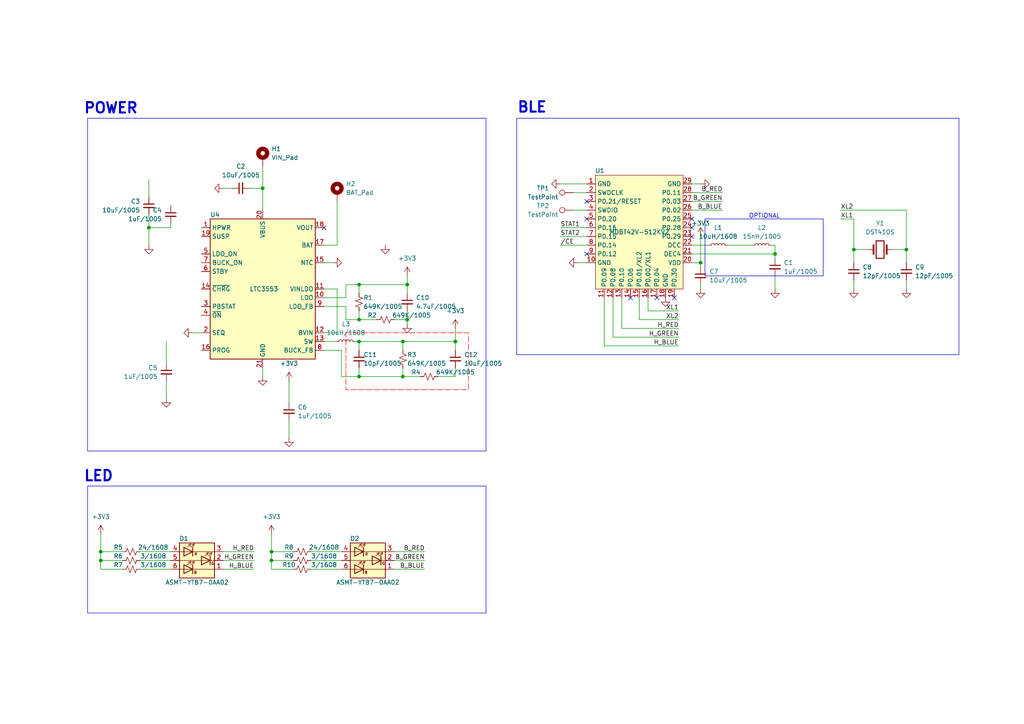
<source format=kicad_sch>
(kicad_sch (version 20230121) (generator eeschema)
  (paper "A4")
  (lib_symbols
    (symbol "Battery_Management:LTC3553"
      (property "Reference" "U" (at 15.24 -21.59 0))
      (property "Value" "LTC3553" (at 15.24 21.59 0))
      (symbol "LTC3553_0_1"
        (rectangle (start -15.24 20.32) (end 15.24 -20.32) (stroke (width 0.254)) (fill (type background)))
      )
      (symbol "LTC3553_1_1"
        (pin input line (at -17.78 17.78 0) (length 2.54) (name "HPWR") (number "1"))
        (pin power_out line (at 17.78 -2.54 180) (length 2.54) (name "LDO") (number "10"))
        (pin power_in line (at 17.78 0 180) (length 2.54) (name "VINLDO") (number "11"))
        (pin power_in line (at 17.78 -12.7 180) (length 2.54) (name "BVIN") (number "12"))
        (pin power_out line (at 17.78 -15.24 180) (length 2.54) (name "SW") (number "13"))
        (pin open_collector line (at -17.78 0 0) (length 2.54) (name "~{CHRG}") (number "14"))
        (pin passive line (at 17.78 7.62 180) (length 2.54) (name "NTC") (number "15"))
        (pin passive line (at -17.78 -17.78 0) (length 2.54) (name "PROG") (number "16"))
        (pin power_out line (at 17.78 12.7 180) (length 2.54) (name "BAT") (number "17"))
        (pin power_out line (at 17.78 17.78 180) (length 2.54) (name "VOUT") (number "18"))
        (pin input line (at -17.78 15.24 0) (length 2.54) (name "SUSP") (number "19"))
        (pin input line (at -17.78 -12.7 0) (length 2.54) (name "SEQ") (number "2"))
        (pin power_in line (at 0 22.86 270) (length 2.54) (name "VBUS") (number "20"))
        (pin power_in line (at 0 -22.86 90) (length 2.54) (name "GND") (number "21"))
        (pin output line (at -17.78 -5.08 0) (length 2.54) (name "PBSTAT") (number "3"))
        (pin input line (at -17.78 -7.62 0) (length 2.54) (name "~{ON}") (number "4"))
        (pin input line (at -17.78 10.16 0) (length 2.54) (name "LDO_ON") (number "5"))
        (pin input line (at -17.78 5.08 0) (length 2.54) (name "STBY") (number "6"))
        (pin input line (at -17.78 7.62 0) (length 2.54) (name "BUCK_ON") (number "7"))
        (pin input line (at 17.78 -17.78 180) (length 2.54) (name "BUCK_FB") (number "8"))
        (pin input line (at 17.78 -5.08 180) (length 2.54) (name "LDO_FB") (number "9"))
      )
    )
    (symbol "Connector:TestPoint" (pin_numbers hide) (pin_names (offset 0.762) hide)
      (property "Reference" "TP" (at 0 6.858 0))
      (property "Value" "TestPoint" (at 0 5.08 0))
      (symbol "TestPoint_0_1"
        (circle (center 0 3.302) (radius 0.762))
      )
      (symbol "TestPoint_1_1"
        (pin passive line (at 0 0 90) (length 2.54) (name "1") (number "1"))
      )
    )
    (symbol "Device:C_Small" (pin_numbers hide) (pin_names (offset 0.254) hide)
      (property "Reference" "C" (at 0.254 1.778 0))
      (property "Value" "C_Small" (at 0.254 -2.032 0))
      (symbol "C_Small_0_1"
        (polyline (pts (xy -1.524 -0.508) (xy 1.524 -0.508)) (stroke (width 0.3302)))
        (polyline (pts (xy -1.524 0.508) (xy 1.524 0.508)) (stroke (width 0.3048)))
      )
      (symbol "C_Small_1_1"
        (pin passive line (at 0 2.54 270) (length 2.032) (name "~") (number "1"))
        (pin passive line (at 0 -2.54 90) (length 2.032) (name "~") (number "2"))
      )
    )
    (symbol "Device:Crystal" (pin_numbers hide) (pin_names (offset 1.016) hide)
      (property "Reference" "Y" (at 0 3.81 0))
      (property "Value" "Crystal" (at 0 -3.81 0))
      (symbol "Crystal_0_1"
        (rectangle (start -1.143 2.54) (end 1.143 -2.54) (stroke (width 0.3048)))
        (polyline (pts (xy -2.54 0) (xy -1.905 0)))
        (polyline (pts (xy -1.905 -1.27) (xy -1.905 1.27)) (stroke (width 0.508)))
        (polyline (pts (xy 1.905 -1.27) (xy 1.905 1.27)) (stroke (width 0.508)))
        (polyline (pts (xy 2.54 0) (xy 1.905 0)))
      )
      (symbol "Crystal_1_1"
        (pin passive line (at -3.81 0 0) (length 1.27) (name "1") (number "1"))
        (pin passive line (at 3.81 0 180) (length 1.27) (name "2") (number "2"))
      )
    )
    (symbol "Device:L_Small" (pin_numbers hide) (pin_names (offset 0.254) hide)
      (property "Reference" "L" (at 0.762 1.016 0))
      (property "Value" "L_Small" (at 0.762 -1.016 0))
      (symbol "L_Small_0_1"
        (arc (start 0 -2.032) (mid 0.5058 -1.524) (end 0 -1.016))
        (arc (start 0 -1.016) (mid 0.5058 -0.508) (end 0 0))
        (arc (start 0 0) (mid 0.5058 0.508) (end 0 1.016))
        (arc (start 0 1.016) (mid 0.5058 1.524) (end 0 2.032))
      )
      (symbol "L_Small_1_1"
        (pin passive line (at 0 2.54 270) (length 0.508) (name "~") (number "1"))
        (pin passive line (at 0 -2.54 90) (length 0.508) (name "~") (number "2"))
      )
    )
    (symbol "Device:R_Small_US" (pin_numbers hide) (pin_names (offset 0.254) hide)
      (property "Reference" "R" (at 0.762 0.508 0))
      (property "Value" "R_Small_US" (at 0.762 -1.016 0))
      (symbol "R_Small_US_1_1"
        (polyline (pts (xy 0 0) (xy 1.016 -0.381) (xy 0 -0.762) (xy -1.016 -1.143) (xy 0 -1.524)))
        (polyline (pts (xy 0 1.524) (xy 1.016 1.143) (xy 0 0.762) (xy -1.016 0.381) (xy 0 0)))
        (pin passive line (at 0 2.54 270) (length 1.016) (name "~") (number "1"))
        (pin passive line (at 0 -2.54 90) (length 1.016) (name "~") (number "2"))
      )
    )
    (symbol "LED:ASMT-YTB7-0AA02" (pin_names hide)
      (property "Reference" "D" (at -5.08 6.35 0))
      (property "Value" "ASMT-YTB7-0AA02" (at -5.08 -6.35 0))
      (symbol "ASMT-YTB7-0AA02_0_0"
        (text "B" (at -0.508 -3.4544 0) (effects (font (size 0.762 0.762))))
        (text "G" (at 4.5466 -0.8382 0) (effects (font (size 0.762 0.762))))
        (text "R" (at -0.381 1.8034 0) (effects (font (size 0.762 0.762))))
      )
      (symbol "ASMT-YTB7-0AA02_0_1"
        (rectangle (start -5.08 5.08) (end 5.08 -5.08) (stroke (width 0.254)) (fill (type background)))
        (polyline (pts (xy -5.08 -2.54) (xy 5.08 -2.54)))
        (polyline (pts (xy -5.08 0) (xy 5.08 0)))
        (polyline (pts (xy -5.08 2.54) (xy 5.08 2.54)))
        (polyline (pts (xy -2.794 -1.27) (xy -1.778 -0.254)))
        (polyline (pts (xy -2.794 3.81) (xy -1.778 4.826)))
        (polyline (pts (xy -1.778 -1.27) (xy -0.762 -0.254)))
        (polyline (pts (xy -1.778 3.81) (xy -0.762 4.826)))
        (polyline (pts (xy -1.27 -1.27) (xy -1.27 -3.81)) (stroke (width 0.254)))
        (polyline (pts (xy -1.27 3.81) (xy -1.27 1.27)) (stroke (width 0.254)))
        (polyline (pts (xy 2.286 1.27) (xy 3.302 2.286)))
        (polyline (pts (xy 3.302 1.27) (xy 4.318 2.286)))
        (polyline (pts (xy 3.81 1.27) (xy 3.81 -1.27)) (stroke (width 0.254)))
        (polyline (pts (xy -2.54 4.572) (xy -1.778 4.826) (xy -2.032 4.064)))
        (polyline (pts (xy -2.032 -1.016) (xy -1.778 -0.254) (xy -2.54 -0.508)))
        (polyline (pts (xy -1.524 -0.508) (xy -0.762 -0.254) (xy -1.016 -1.016)))
        (polyline (pts (xy -1.524 4.572) (xy -0.762 4.826) (xy -1.016 4.064)))
        (polyline (pts (xy 3.048 1.524) (xy 3.302 2.286) (xy 2.54 2.032)))
        (polyline (pts (xy 3.556 2.032) (xy 4.318 2.286) (xy 4.064 1.524)))
        (polyline (pts (xy -3.81 -1.27) (xy -3.81 -3.81) (xy -1.27 -2.54) (xy -3.81 -1.27)) (stroke (width 0.254)))
        (polyline (pts (xy -3.81 3.81) (xy -3.81 1.27) (xy -1.27 2.54) (xy -3.81 3.81)) (stroke (width 0.254)))
        (polyline (pts (xy 1.27 1.27) (xy 1.27 -1.27) (xy 3.81 0) (xy 1.27 1.27)) (stroke (width 0.254)))
      )
      (symbol "ASMT-YTB7-0AA02_1_1"
        (pin passive line (at 7.62 -2.54 180) (length 2.54) (name "KB") (number "1"))
        (pin passive line (at 7.62 0 180) (length 2.54) (name "KG") (number "2"))
        (pin passive line (at 7.62 2.54 180) (length 2.54) (name "KR") (number "3"))
        (pin passive line (at -7.62 2.54 0) (length 2.54) (name "AR") (number "4"))
        (pin passive line (at -7.62 0 0) (length 2.54) (name "AG") (number "5"))
        (pin passive line (at -7.62 -2.54 0) (length 2.54) (name "AB") (number "6"))
      )
    )
    (symbol "Mechanical:MountingHole_Pad" (pin_numbers hide) (pin_names (offset 1.016) hide)
      (property "Reference" "H" (at 0 6.35 0))
      (property "Value" "MountingHole_Pad" (at 0 4.445 0))
      (symbol "MountingHole_Pad_0_1"
        (circle (center 0 1.27) (radius 1.27) (stroke (width 1.27)))
      )
      (symbol "MountingHole_Pad_1_1"
        (pin input line (at 0 -2.54 90) (length 2.54) (name "1") (number "1"))
      )
    )
    (symbol "New_Library:MDBT42V-512KV2"
      (property "Reference" "U" (at -12.7 17.78 0))
      (symbol "MDBT42V-512KV2_1_1"
        (rectangle (start -12.7 16.51) (end 12.7 -16.51) (fill (type background)))
        (pin passive line (at -15.24 13.97 0) (length 2.54) (name "GND") (number "1"))
        (pin passive line (at -15.24 -8.89 0) (length 2.54) (name "GND") (number "10"))
        (pin passive line (at -10.16 -19.05 90) (length 2.54) (name "P0.09") (number "11"))
        (pin passive line (at -7.62 -19.05 90) (length 2.54) (name "P0.08") (number "12"))
        (pin passive line (at -5.08 -19.05 90) (length 2.54) (name "P0.10") (number "13"))
        (pin passive line (at -2.54 -19.05 90) (length 2.54) (name "P0.06") (number "14"))
        (pin passive line (at 0 -19.05 90) (length 2.54) (name "P0.01/XL2") (number "15"))
        (pin passive line (at 2.54 -19.05 90) (length 2.54) (name "P0.00/XL1") (number "16"))
        (pin passive line (at 5.08 -19.05 90) (length 2.54) (name "P0.04") (number "17"))
        (pin passive line (at 7.62 -19.05 90) (length 2.54) (name "GND") (number "18"))
        (pin passive line (at 10.16 -19.05 90) (length 2.54) (name "P0.30") (number "19"))
        (pin passive line (at -15.24 11.43 0) (length 2.54) (name "SWDCLK") (number "2"))
        (pin passive line (at 15.24 -8.89 180) (length 2.54) (name "VDD") (number "20"))
        (pin passive line (at 15.24 -6.35 180) (length 2.54) (name "DEC4") (number "21"))
        (pin passive line (at 15.24 -3.81 180) (length 2.54) (name "DCC") (number "22"))
        (pin passive line (at 15.24 -1.27 180) (length 2.54) (name "P0.29") (number "23"))
        (pin passive line (at 15.24 1.27 180) (length 2.54) (name "P0.28") (number "24"))
        (pin passive line (at 15.24 3.81 180) (length 2.54) (name "P0.25") (number "25"))
        (pin passive line (at 15.24 6.35 180) (length 2.54) (name "P0.02") (number "26"))
        (pin passive line (at 15.24 8.89 180) (length 2.54) (name "P0.03") (number "27"))
        (pin passive line (at 15.24 11.43 180) (length 2.54) (name "P0.11") (number "28"))
        (pin passive line (at 15.24 13.97 180) (length 2.54) (name "GND") (number "29"))
        (pin passive line (at -15.24 8.89 0) (length 2.54) (name "P0.21/RESET") (number "3"))
        (pin passive line (at -15.24 6.35 0) (length 2.54) (name "SWDIO") (number "4"))
        (pin passive line (at -15.24 3.81 0) (length 2.54) (name "P0.20") (number "5"))
        (pin passive line (at -15.24 1.27 0) (length 2.54) (name "P0.16") (number "6"))
        (pin passive line (at -15.24 -1.27 0) (length 2.54) (name "P0.15") (number "7"))
        (pin passive line (at -15.24 -3.81 0) (length 2.54) (name "P0.14") (number "8"))
        (pin passive line (at -15.24 -6.35 0) (length 2.54) (name "P0.12") (number "9"))
      )
    )
    (symbol "power:+3V3" (power) (pin_names (offset 0))
      (property "Value" "+3V3" (at 0 3.556 0))
      (symbol "+3V3_0_1"
        (polyline (pts (xy -0.762 1.27) (xy 0 2.54)))
        (polyline (pts (xy 0 0) (xy 0 2.54)))
        (polyline (pts (xy 0 2.54) (xy 0.762 1.27)))
      )
      (symbol "+3V3_1_1"
        (pin power_in line (at 0 0 90) (length 0) hide (name "+3V3") (number "1"))
      )
    )
    (symbol "power:GND" (power) (pin_names (offset 0))
      (property "Value" "GND" (at 0 -3.81 0))
      (symbol "GND_0_1"
        (polyline (pts (xy 0 0) (xy 0 -1.27) (xy 1.27 -1.27) (xy 0 -2.54) (xy -1.27 -1.27) (xy 0 -1.27)))
      )
      (symbol "GND_1_1"
        (pin power_in line (at 0 0 270) (length 0) hide (name "GND") (number "1"))
      )
    )
  )
  (junction (at 132.08 99.06))
  (junction (at 78.74 162.56))
  (junction (at 43.18 66.04))
  (junction (at 224.79 73.66))
  (junction (at 118.11 82.55))
  (junction (at 116.84 99.06))
  (junction (at 29.21 162.56))
  (junction (at 104.14 109.22))
  (junction (at 76.2 54.61))
  (junction (at 78.74 160.02))
  (junction (at 262.89 72.39))
  (junction (at 29.21 160.02))
  (junction (at 203.2 76.2))
  (junction (at 247.65 72.39))
  (junction (at 118.11 92.71))
  (junction (at 104.14 92.71))
  (junction (at 104.14 99.06))
  (junction (at 116.84 109.22))
  (junction (at 104.14 82.55))
  (no_connect (at 200.66 63.5))
  (no_connect (at 190.5 86.36))
  (no_connect (at 170.18 63.5))
  (no_connect (at 182.88 86.36))
  (no_connect (at 195.58 86.36))
  (no_connect (at 200.66 68.58))
  (no_connect (at 170.18 58.42))
  (no_connect (at 200.66 66.04))
  (no_connect (at 93.98 66.04))
  (no_connect (at 170.18 73.66))
  (wire (pts (xy 203.2 53.34) (xy 200.66 53.34)))
  (wire (pts (xy 224.79 73.66) (xy 224.79 74.93)))
  (wire (pts (xy 90.17 162.56) (xy 99.06 162.56)))
  (wire (pts (xy 116.84 109.22) (xy 121.92 109.22)))
  (wire (pts (xy 40.64 165.1) (xy 49.53 165.1)))
  (wire (pts (xy 104.14 109.22) (xy 116.84 109.22)))
  (wire (pts (xy 162.56 53.34) (xy 170.18 53.34)))
  (wire (pts (xy 43.18 52.07) (xy 43.18 57.15)))
  (wire (pts (xy 104.14 99.06) (xy 104.14 101.6)))
  (wire (pts (xy 100.33 92.71) (xy 104.14 92.71)))
  (wire (pts (xy 200.66 58.42) (xy 209.55 58.42)))
  (wire (pts (xy 224.79 80.01) (xy 224.79 83.82)))
  (wire (pts (xy 104.14 106.68) (xy 104.14 109.22)))
  (wire (pts (xy 48.26 99.06) (xy 48.26 105.41)))
  (wire (pts (xy 175.26 86.36) (xy 175.26 100.33)))
  (wire (pts (xy 162.56 68.58) (xy 170.18 68.58)))
  (wire (pts (xy 162.56 71.12) (xy 170.18 71.12)))
  (wire (pts (xy 102.87 99.06) (xy 104.14 99.06)))
  (wire (pts (xy 97.79 96.52) (xy 97.79 83.82)))
  (wire (pts (xy 104.14 99.06) (xy 116.84 99.06)))
  (wire (pts (xy 93.98 76.2) (xy 96.52 76.2)))
  (wire (pts (xy 93.98 71.12) (xy 97.79 71.12)))
  (wire (pts (xy 127 109.22) (xy 132.08 109.22)))
  (wire (pts (xy 85.09 160.02) (xy 78.74 160.02)))
  (wire (pts (xy 200.66 76.2) (xy 203.2 76.2)))
  (wire (pts (xy 180.34 86.36) (xy 180.34 95.25)))
  (wire (pts (xy 200.66 71.12) (xy 205.74 71.12)))
  (wire (pts (xy 29.21 162.56) (xy 35.56 162.56)))
  (wire (pts (xy 118.11 80.01) (xy 118.11 82.55)))
  (wire (pts (xy 76.2 106.68) (xy 76.2 109.22)))
  (wire (pts (xy 100.33 82.55) (xy 104.14 82.55)))
  (wire (pts (xy 203.2 68.58) (xy 203.2 76.2)))
  (wire (pts (xy 114.3 92.71) (xy 118.11 92.71)))
  (wire (pts (xy 93.98 88.9) (xy 100.33 88.9)))
  (wire (pts (xy 251.46 72.39) (xy 247.65 72.39)))
  (wire (pts (xy 72.39 54.61) (xy 76.2 54.61)))
  (wire (pts (xy 175.26 100.33) (xy 196.85 100.33)))
  (wire (pts (xy 116.84 106.68) (xy 116.84 109.22)))
  (wire (pts (xy 76.2 54.61) (xy 76.2 60.96)))
  (wire (pts (xy 243.84 63.5) (xy 247.65 63.5)))
  (wire (pts (xy 166.37 55.88) (xy 170.18 55.88)))
  (wire (pts (xy 118.11 90.17) (xy 118.11 92.71)))
  (wire (pts (xy 114.3 160.02) (xy 123.19 160.02)))
  (wire (pts (xy 97.79 71.12) (xy 97.79 58.42)))
  (wire (pts (xy 43.18 62.23) (xy 43.18 66.04)))
  (wire (pts (xy 99.06 101.6) (xy 99.06 109.22)))
  (wire (pts (xy 93.98 99.06) (xy 97.79 99.06)))
  (wire (pts (xy 210.82 71.12) (xy 218.44 71.12)))
  (wire (pts (xy 93.98 83.82) (xy 97.79 83.82)))
  (wire (pts (xy 203.2 82.55) (xy 203.2 83.82)))
  (wire (pts (xy 93.98 101.6) (xy 99.06 101.6)))
  (wire (pts (xy 78.74 160.02) (xy 78.74 162.56)))
  (wire (pts (xy 224.79 71.12) (xy 223.52 71.12)))
  (wire (pts (xy 93.98 86.36) (xy 100.33 86.36)))
  (wire (pts (xy 29.21 160.02) (xy 29.21 162.56)))
  (wire (pts (xy 104.14 92.71) (xy 109.22 92.71)))
  (wire (pts (xy 132.08 109.22) (xy 132.08 106.68)))
  (wire (pts (xy 35.56 160.02) (xy 29.21 160.02)))
  (wire (pts (xy 64.77 162.56) (xy 73.66 162.56)))
  (wire (pts (xy 247.65 72.39) (xy 247.65 63.5)))
  (wire (pts (xy 116.84 99.06) (xy 132.08 99.06)))
  (wire (pts (xy 162.56 66.04) (xy 170.18 66.04)))
  (wire (pts (xy 177.8 86.36) (xy 177.8 97.79)))
  (wire (pts (xy 259.08 72.39) (xy 262.89 72.39)))
  (wire (pts (xy 200.66 60.96) (xy 209.55 60.96)))
  (wire (pts (xy 200.66 73.66) (xy 224.79 73.66)))
  (wire (pts (xy 247.65 81.28) (xy 247.65 83.82)))
  (wire (pts (xy 262.89 81.28) (xy 262.89 83.82)))
  (wire (pts (xy 118.11 92.71) (xy 118.11 93.98)))
  (wire (pts (xy 90.17 165.1) (xy 99.06 165.1)))
  (wire (pts (xy 104.14 90.17) (xy 104.14 92.71)))
  (wire (pts (xy 203.2 76.2) (xy 203.2 77.47)))
  (wire (pts (xy 243.84 60.96) (xy 262.89 60.96)))
  (wire (pts (xy 187.96 90.17) (xy 196.85 90.17)))
  (wire (pts (xy 185.42 92.71) (xy 196.85 92.71)))
  (wire (pts (xy 116.84 99.06) (xy 116.84 101.6)))
  (wire (pts (xy 247.65 72.39) (xy 247.65 76.2)))
  (wire (pts (xy 83.82 110.49) (xy 83.82 116.84)))
  (wire (pts (xy 100.33 88.9) (xy 100.33 92.71)))
  (wire (pts (xy 166.37 60.96) (xy 170.18 60.96)))
  (wire (pts (xy 64.77 160.02) (xy 73.66 160.02)))
  (wire (pts (xy 100.33 82.55) (xy 100.33 86.36)))
  (wire (pts (xy 132.08 95.25) (xy 132.08 99.06)))
  (wire (pts (xy 180.34 95.25) (xy 196.85 95.25)))
  (wire (pts (xy 43.18 66.04) (xy 49.53 66.04)))
  (wire (pts (xy 200.66 55.88) (xy 209.55 55.88)))
  (wire (pts (xy 90.17 160.02) (xy 99.06 160.02)))
  (wire (pts (xy 55.88 96.52) (xy 58.42 96.52)))
  (wire (pts (xy 185.42 86.36) (xy 185.42 92.71)))
  (wire (pts (xy 177.8 97.79) (xy 196.85 97.79)))
  (wire (pts (xy 85.09 165.1) (xy 78.74 165.1)))
  (wire (pts (xy 132.08 99.06) (xy 132.08 101.6)))
  (wire (pts (xy 78.74 162.56) (xy 85.09 162.56)))
  (wire (pts (xy 93.98 96.52) (xy 97.79 96.52)))
  (wire (pts (xy 43.18 66.04) (xy 43.18 71.12)))
  (wire (pts (xy 64.77 165.1) (xy 73.66 165.1)))
  (wire (pts (xy 114.3 165.1) (xy 123.19 165.1)))
  (wire (pts (xy 104.14 82.55) (xy 118.11 82.55)))
  (wire (pts (xy 40.64 160.02) (xy 49.53 160.02)))
  (wire (pts (xy 35.56 165.1) (xy 29.21 165.1)))
  (wire (pts (xy 262.89 72.39) (xy 262.89 60.96)))
  (wire (pts (xy 29.21 162.56) (xy 29.21 165.1)))
  (wire (pts (xy 64.77 54.61) (xy 67.31 54.61)))
  (wire (pts (xy 114.3 162.56) (xy 123.19 162.56)))
  (wire (pts (xy 224.79 73.66) (xy 224.79 71.12)))
  (wire (pts (xy 167.64 76.2) (xy 170.18 76.2)))
  (wire (pts (xy 99.06 109.22) (xy 104.14 109.22)))
  (wire (pts (xy 104.14 82.55) (xy 104.14 85.09)))
  (wire (pts (xy 49.53 64.77) (xy 49.53 66.04)))
  (wire (pts (xy 78.74 162.56) (xy 78.74 165.1)))
  (wire (pts (xy 76.2 48.26) (xy 76.2 54.61)))
  (wire (pts (xy 40.64 162.56) (xy 49.53 162.56)))
  (wire (pts (xy 83.82 121.92) (xy 83.82 127)))
  (wire (pts (xy 48.26 110.49) (xy 48.26 115.57)))
  (wire (pts (xy 187.96 86.36) (xy 187.96 90.17)))
  (wire (pts (xy 78.74 154.94) (xy 78.74 160.02)))
  (wire (pts (xy 29.21 154.94) (xy 29.21 160.02)))
  (wire (pts (xy 262.89 72.39) (xy 262.89 76.2)))
  (wire (pts (xy 118.11 82.55) (xy 118.11 85.09)))
  (rectangle (start 149.86 34.29) (end 278.13 102.87))
  (rectangle (start 25.4 34.29) (end 140.97 130.81))
  (rectangle (start 100.33 96.52) (end 135.89 113.03) (stroke (width 0) (type dash) (color 255 0 0 1)))
  (rectangle (start 25.4 140.97) (end 140.97 177.8))
  (rectangle (start 204.47 63.5) (end 238.76 80.01))
  (text "POWER\n\n" (at 24.13 38.1 0) (effects (font (size 3 3) (thickness 0.6) bold) (justify left bottom)))
  (text "BLE" (at 149.86 33.02 0) (effects (font (size 3 3) (thickness 0.6) bold) (justify left bottom)))
  (text "OPTIONAL" (at 217.17 63.5 0) (effects (font (size 1.27 1.27)) (justify left bottom)))
  (text "LED\n\n" (at 24.13 144.78 0) (effects (font (size 3 3) (thickness 0.6) bold) (justify left bottom)))
  (label "STAT1" (at 162.56 66.04 0))
  (label "H_GREEN" (at 73.66 162.56 180))
  (label "XL1" (at 196.85 90.17 180))
  (label "H_BLUE" (at 196.85 100.33 180))
  (label "H_RED" (at 196.85 95.25 180))
  (label "B_RED" (at 209.55 55.88 180))
  (label "XL1" (at 243.84 63.5 0))
  (label "B_GREEN" (at 123.19 162.56 180))
  (label "XL2" (at 243.84 60.96 0))
  (label "XL2" (at 196.85 92.71 180))
  (label "B_BLUE" (at 209.55 60.96 180))
  (label "B_BLUE" (at 123.19 165.1 180))
  (label "H_RED" (at 73.66 160.02 180))
  (label "B_GREEN" (at 209.55 58.42 180))
  (label "{slash}CE" (at 162.56 71.12 0))
  (label "B_RED" (at 123.19 160.02 180))
  (label "H_BLUE" (at 73.66 165.1 180))
  (label "H_GREEN" (at 196.85 97.79 180))
  (label "STAT2" (at 162.56 68.58 0))
  (symbol (lib_id "Connector:TestPoint") (at 166.37 60.96 90) (unit 1)
    (property "Reference" "TP2" (at 157.48 59.69 90))
    (property "Value" "TestPoint" (at 157.48 62.23 90))
    (property "Footprint" "TestPoint:TestPoint_2Pads_Pitch2.54mm_Drill0.8mm" (effects hide))
  )
  (symbol (lib_id "power:GND") (at 48.26 115.57 0) (unit 1)
    (property "Reference" "#PWR014" (effects hide))
    (property "Value" "GND" (effects hide))
  )
  (symbol (lib_id "power:GND") (at 111.76 71.12 0) (unit 1)
    (property "Reference" "#PWR06" (effects hide))
    (property "Value" "GND" (effects hide))
  )
  (symbol (lib_id "Connector:TestPoint") (at 166.37 55.88 90) (unit 1)
    (property "Reference" "TP1" (at 157.48 54.61 90))
    (property "Value" "TestPoint" (at 157.48 57.15 90))
    (property "Footprint" "TestPoint:TestPoint_2Pads_Pitch2.54mm_Drill0.8mm" (effects hide))
  )
  (symbol (lib_id "Device:C_Small") (at 132.08 104.14 0) (unit 1)
    (property "Reference" "C12" (at 134.62 102.8763 0) (effects (justify left)))
    (property "Value" "10uF/1005" (at 134.62 105.4163 0) (effects (justify left)))
    (property "Footprint" "Capacitor_SMD:C_0402_1005Metric" (effects hide))
  )
  (symbol (lib_id "power:GND") (at 193.04 86.36 0) (unit 1)
    (property "Reference" "#PWR04" (effects hide))
    (property "Value" "GND" (effects hide))
  )
  (symbol (lib_id "Device:C_Small") (at 247.65 78.74 0) (unit 1)
    (property "Reference" "C8" (at 250.19 77.4763 0) (effects (justify left)))
    (property "Value" "12pF/1005" (at 250.19 80.0163 0) (effects (justify left)))
    (property "Footprint" "Capacitor_SMD:C_0402_1005Metric" (effects hide))
  )
  (symbol (lib_id "Device:L_Small") (at 220.98 71.12 90) (unit 1)
    (property "Reference" "L2" (at 220.98 66.04 90))
    (property "Value" "15nH/1005" (at 220.98 68.58 90))
    (property "Footprint" "Inductor_SMD:L_0402_1005Metric" (effects hide))
  )
  (symbol (lib_id "power:GND") (at 118.11 93.98 0) (unit 1)
    (property "Reference" "#PWR021" (effects hide))
    (property "Value" "GND" (effects hide))
  )
  (symbol (lib_id "power:GND") (at 83.82 127 0) (unit 1)
    (property "Reference" "#PWR011" (effects hide))
    (property "Value" "GND" (effects hide))
  )
  (symbol (lib_id "LED:ASMT-YTB7-0AA02") (at 106.68 162.56 0) (unit 1)
    (property "Reference" "D2" (at 102.87 156.21 0))
    (property "Value" "ASMT-YTB7-0AA02" (at 106.68 168.91 0))
    (property "Footprint" "LED_SMD:LED_Avago_PLCC6_3x2.8mm" (effects hide))
    (property "Datasheet" "https://docs.broadcom.com/docs/AV02-3793EN" (effects hide))
  )
  (symbol (lib_id "power:+3V3") (at 78.74 154.94 0) (unit 1)
    (property "Reference" "#PWR017" (effects hide))
    (property "Value" "+3V3" (at 78.74 149.86 0))
  )
  (symbol (lib_id "power:GND") (at 96.52 76.2 90) (unit 1)
    (property "Reference" "#PWR07" (effects hide))
    (property "Value" "GND" (effects hide))
  )
  (symbol (lib_id "Device:C_Small") (at 83.82 119.38 0) (unit 1)
    (property "Reference" "C6" (at 86.36 118.11 0) (effects (justify left)))
    (property "Value" "1uF/1005" (at 86.36 120.65 0) (effects (justify left)))
    (property "Footprint" "Capacitor_SMD:C_0402_1005Metric" (effects hide))
  )
  (symbol (lib_id "Device:R_Small_US") (at 87.63 162.56 90) (unit 1)
    (property "Reference" "R9" (at 83.82 161.29 90))
    (property "Value" "3/1608" (at 93.98 161.29 90))
    (property "Footprint" "Resistor_SMD:R_0603_1608Metric" (effects hide))
  )
  (symbol (lib_id "power:+3V3") (at 83.82 110.49 0) (unit 1)
    (property "Reference" "#PWR023" (effects hide))
    (property "Value" "+3V3" (at 83.82 105.41 0))
  )
  (symbol (lib_id "power:GND") (at 203.2 53.34 90) (unit 1)
    (property "Reference" "#PWR02" (effects hide))
    (property "Value" "GND" (effects hide))
  )
  (symbol (lib_id "Device:R_Small_US") (at 116.84 104.14 180) (unit 1)
    (property "Reference" "R3" (at 118.11 102.87 0) (effects (justify right)))
    (property "Value" "649K/1005" (at 118.11 105.41 0) (effects (justify right)))
  )
  (symbol (lib_id "Device:R_Small_US") (at 87.63 165.1 90) (unit 1)
    (property "Reference" "R10" (at 83.82 163.83 90))
    (property "Value" "3/1608" (at 93.98 163.83 90))
    (property "Footprint" "Resistor_SMD:R_0603_1608Metric" (effects hide))
  )
  (symbol (lib_id "power:+3V3") (at 118.11 80.01 0) (unit 1)
    (property "Reference" "#PWR020" (effects hide))
    (property "Value" "+3V3" (at 118.11 74.93 0))
  )
  (symbol (lib_id "Device:R_Small_US") (at 38.1 162.56 90) (unit 1)
    (property "Reference" "R6" (at 34.29 161.29 90))
    (property "Value" "3/1608" (at 44.45 161.29 90))
    (property "Footprint" "Resistor_SMD:R_0402_1005Metric" (effects hide))
  )
  (symbol (lib_id "power:GND") (at 224.79 83.82 0) (unit 1)
    (property "Reference" "#PWR05" (effects hide))
    (property "Value" "GND" (effects hide))
  )
  (symbol (lib_id "power:GND") (at 64.77 54.61 270) (unit 1)
    (property "Reference" "#PWR024" (effects hide))
    (property "Value" "GND" (effects hide))
  )
  (symbol (lib_id "power:+3V3") (at 29.21 154.94 0) (unit 1)
    (property "Reference" "#PWR016" (effects hide))
    (property "Value" "+3V3" (at 29.21 149.86 0))
  )
  (symbol (lib_id "New_Library:MDBT42V-512KV2") (at 185.42 67.31 0) (unit 1)
    (property "Reference" "U1" (at 173.99 49.53 0))
    (property "Value" "MDBT42V-512KV2" (at 185.42 67.31 0))
    (property "Footprint" "Library:MDBT42V" (effects hide))
  )
  (symbol (lib_id "power:GND") (at 167.64 76.2 270) (unit 1)
    (property "Reference" "#PWR03" (effects hide))
    (property "Value" "GND" (effects hide))
  )
  (symbol (lib_id "Device:C_Small") (at 43.18 59.69 0) (mirror y) (unit 1)
    (property "Reference" "C3" (at 40.64 58.42 0) (effects (justify left)))
    (property "Value" "10uF/1005" (at 40.64 60.96 0) (effects (justify left)))
    (property "Footprint" "Capacitor_SMD:C_0402_1005Metric" (effects hide))
  )
  (symbol (lib_id "Device:R_Small_US") (at 38.1 160.02 90) (unit 1)
    (property "Reference" "R5" (at 34.29 158.75 90))
    (property "Value" "24/1608" (at 44.45 158.75 90))
    (property "Footprint" "Resistor_SMD:R_0603_1608Metric" (effects hide))
  )
  (symbol (lib_id "Device:R_Small_US") (at 38.1 165.1 90) (unit 1)
    (property "Reference" "R7" (at 34.29 163.83 90))
    (property "Value" "3/1608" (at 44.45 163.83 90))
    (property "Footprint" "Resistor_SMD:R_0603_1608Metric" (effects hide))
  )
  (symbol (lib_id "Battery_Management:LTC3553") (at 76.2 83.82 0) (unit 1)
    (property "Reference" "U4" (at 60.96 62.23 0) (effects (justify left)))
    (property "Value" "LTC3553" (at 72.39 83.82 0) (effects (justify left)))
    (property "Footprint" "Package_DFN_QFN:QFN-20-1EP_3x3mm_P0.4mm_EP1.65x1.65mm" (effects hide))
    (property "Datasheet" "https://www.analog.com/media/en/technical-documentation/data-sheets/3553fc.pdf" (effects hide))
  )
  (symbol (lib_id "Device:R_Small_US") (at 87.63 160.02 90) (unit 1)
    (property "Reference" "R8" (at 83.82 158.75 90))
    (property "Value" "24/1608" (at 93.98 158.75 90))
    (property "Footprint" "Resistor_SMD:R_0603_1608Metric" (effects hide))
  )
  (symbol (lib_id "power:+3V3") (at 132.08 95.25 0) (unit 1)
    (property "Reference" "#PWR022" (effects hide))
    (property "Value" "+3V3" (at 132.08 90.17 0))
  )
  (symbol (lib_id "Mechanical:MountingHole_Pad") (at 97.79 55.88 0) (unit 1)
    (property "Reference" "H2" (at 100.33 53.34 0) (effects (justify left)))
    (property "Value" "BAT_Pad" (at 100.33 55.88 0) (effects (justify left)))
    (property "Footprint" "MountingHole:MountingHole_2.2mm_M2" (effects hide))
  )
  (symbol (lib_id "power:GND") (at 55.88 96.52 270) (unit 1)
    (property "Reference" "#PWR08" (effects hide))
    (property "Value" "GND" (effects hide))
  )
  (symbol (lib_id "Device:C_Small") (at 104.14 104.14 0) (unit 1)
    (property "Reference" "C11" (at 105.41 102.87 0) (effects (justify left)))
    (property "Value" "10pF/1005" (at 105.41 105.41 0) (effects (justify left)))
    (property "Footprint" "Capacitor_SMD:C_0402_1005Metric" (effects hide))
  )
  (symbol (lib_id "Mechanical:MountingHole_Pad") (at 76.2 45.72 0) (unit 1)
    (property "Reference" "H1" (at 78.74 43.18 0) (effects (justify left)))
    (property "Value" "VIN_Pad" (at 78.74 45.72 0) (effects (justify left)))
    (property "Footprint" "MountingHole:MountingHole_2.2mm_M2" (effects hide))
  )
  (symbol (lib_id "Device:R_Small_US") (at 111.76 92.71 90) (unit 1)
    (property "Reference" "R2" (at 107.95 91.44 90))
    (property "Value" "649K/1005" (at 119.38 91.44 90))
  )
  (symbol (lib_id "Device:C_Small") (at 224.79 77.47 0) (unit 1)
    (property "Reference" "C1" (at 227.33 76.2063 0) (effects (justify left)))
    (property "Value" "1uF/1005" (at 227.33 78.7463 0) (effects (justify left)))
    (property "Footprint" "Capacitor_SMD:C_0402_1005Metric" (effects hide))
  )
  (symbol (lib_id "power:GND") (at 162.56 53.34 270) (unit 1)
    (property "Reference" "#PWR01" (effects hide))
    (property "Value" "GND" (effects hide))
  )
  (symbol (lib_id "Device:Crystal") (at 255.27 72.39 0) (unit 1)
    (property "Reference" "Y1" (at 255.27 64.77 0))
    (property "Value" "DST410S" (at 255.27 67.31 0))
    (property "Footprint" "Library:DST410S" (effects hide))
  )
  (symbol (lib_id "Device:R_Small_US") (at 104.14 87.63 180) (unit 1)
    (property "Reference" "R1" (at 105.41 86.36 0) (effects (justify right)))
    (property "Value" "649K/1005" (at 105.41 88.9 0) (effects (justify right)))
  )
  (symbol (lib_id "power:GND") (at 203.2 83.82 0) (unit 1)
    (property "Reference" "#PWR015" (effects hide))
    (property "Value" "GND" (effects hide))
  )
  (symbol (lib_id "power:GND") (at 247.65 83.82 0) (unit 1)
    (property "Reference" "#PWR018" (effects hide))
    (property "Value" "GND" (effects hide))
  )
  (symbol (lib_id "Device:C_Small") (at 49.53 62.23 0) (mirror y) (unit 1)
    (property "Reference" "C4" (at 46.99 60.96 0) (effects (justify left)))
    (property "Value" "1uF/1005" (at 46.99 63.5 0) (effects (justify left)))
    (property "Footprint" "Capacitor_SMD:C_0402_1005Metric" (effects hide))
  )
  (symbol (lib_id "Device:C_Small") (at 203.2 80.01 0) (unit 1)
    (property "Reference" "C7" (at 205.74 78.7463 0) (effects (justify left)))
    (property "Value" "10uF/1005" (at 205.74 81.2863 0) (effects (justify left)))
    (property "Footprint" "Capacitor_SMD:C_0402_1005Metric" (effects hide))
  )
  (symbol (lib_id "power:+3V3") (at 203.2 68.58 0) (unit 1)
    (property "Reference" "#PWR013" (effects hide))
    (property "Value" "+3V3" (at 203.2 64.77 0))
  )
  (symbol (lib_id "Device:C_Small") (at 69.85 54.61 90) (unit 1)
    (property "Reference" "C2" (at 69.8563 48.26 90))
    (property "Value" "10uF/1005" (at 69.8563 50.8 90))
    (property "Footprint" "Capacitor_SMD:C_0402_1005Metric" (effects hide))
  )
  (symbol (lib_id "Device:L_Small") (at 100.33 99.06 90) (unit 1)
    (property "Reference" "L3" (at 100.33 93.98 90))
    (property "Value" "10uH/1608" (at 100.33 96.52 90))
  )
  (symbol (lib_id "Device:C_Small") (at 118.11 87.63 0) (unit 1)
    (property "Reference" "C10" (at 120.65 86.3663 0) (effects (justify left)))
    (property "Value" "4.7uF/1005" (at 120.65 88.9063 0) (effects (justify left)))
    (property "Footprint" "Capacitor_SMD:C_0402_1005Metric" (effects hide))
  )
  (symbol (lib_id "Device:C_Small") (at 48.26 107.95 0) (mirror y) (unit 1)
    (property "Reference" "C5" (at 45.72 106.68 0) (effects (justify left)))
    (property "Value" "1uF/1005" (at 45.72 109.22 0) (effects (justify left)))
    (property "Footprint" "Capacitor_SMD:C_0402_1005Metric" (effects hide))
  )
  (symbol (lib_id "power:GND") (at 76.2 109.22 0) (unit 1)
    (property "Reference" "#PWR012" (effects hide))
    (property "Value" "GND" (effects hide))
  )
  (symbol (lib_id "Device:L_Small") (at 208.28 71.12 90) (unit 1)
    (property "Reference" "L1" (at 208.28 66.04 90))
    (property "Value" "10uH/1608" (at 208.28 68.58 90))
    (property "Footprint" "Inductor_SMD:L_0603_1608Metric" (effects hide))
  )
  (symbol (lib_id "LED:ASMT-YTB7-0AA02") (at 57.15 162.56 0) (unit 1)
    (property "Reference" "D1" (at 53.34 156.21 0))
    (property "Value" "ASMT-YTB7-0AA02" (at 57.15 168.91 0))
    (property "Footprint" "LED_SMD:LED_Avago_PLCC6_3x2.8mm" (effects hide))
    (property "Datasheet" "https://docs.broadcom.com/docs/AV02-3793EN" (effects hide))
  )
  (symbol (lib_id "Device:C_Small") (at 262.89 78.74 0) (unit 1)
    (property "Reference" "C9" (at 265.43 77.4763 0) (effects (justify left)))
    (property "Value" "12pF/1005" (at 265.43 80.0163 0) (effects (justify left)))
    (property "Footprint" "Capacitor_SMD:C_0402_1005Metric" (effects hide))
  )
  (symbol (lib_id "Device:R_Small_US") (at 124.46 109.22 90) (unit 1)
    (property "Reference" "R4" (at 120.65 107.95 90))
    (property "Value" "649K/1005" (at 132.08 107.95 90))
  )
  (symbol (lib_id "power:GND") (at 43.18 71.12 0) (unit 1)
    (property "Reference" "#PWR09" (effects hide))
    (property "Value" "GND" (effects hide))
  )
  (symbol (lib_id "power:GND") (at 262.89 83.82 0) (unit 1)
    (property "Reference" "#PWR019" (effects hide))
    (property "Value" "GND" (effects hide))
  )
)
</source>
